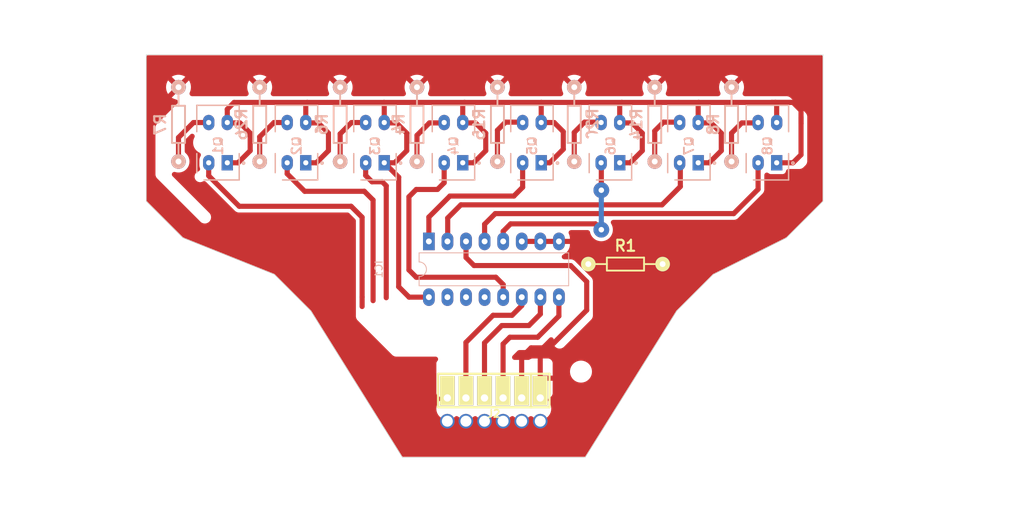
<source format=kicad_pcb>
(kicad_pcb (version 20240108) (generator "pcbnew") (generator_version "8.0")
  (layers (0 "F.Cu" signal) (31 "B.Cu" signal) (34 "B.Paste" user) (35 "F.Paste" user) (36 "B.SilkS" user "B.Silkscreen") (37 "F.SilkS" user "F.Silkscreen") (38 "B.Mask" user) (39 "F.Mask" user) (44 "Edge.Cuts" user))
  (net 0 "")
  (net 1 "/CH_5")
  (net 2 "/CH_2")
  (net 3 "VCC")
  (net 4 "/CH_7")
  (net 5 "/B")
  (net 6 "/C")
  (net 7 "/COM")
  (net 8 "/A")
  (net 9 "GND")
  (net 10 "/CH_4")
  (net 11 "Net-(Q2-K)")
  (net 12 "Net-(Q3-K)")
  (net 13 "/CH_1")
  (net 14 "Net-(Q8-K)")
  (net 15 "/CH_6")
  (net 16 "/CH_0")
  (net 17 "/CH_3")
  (net 18 "Net-(Q5-K)")
  (net 19 "Net-(Q6-K)")
  (net 20 "Net-(Q1-K)")
  (net 21 "Net-(Q7-K)")
  (net 22 "Net-(Q4-K)")
  (footprint "MacroLib:RES0.3" (layer "F.Cu") (at 160.5 111.1)
    (property "Reference" "R1" (at 0 -2.5 0) (layer "F.SilkS") (effects (font (size 1.5 1.5) (thickness 0.3))))
    (property "Value" "10k" (hide yes))
    (fp_line (start -2.54 -0.889) (end -2.54 0.889) (stroke (width 0.254)) (layer "F.SilkS"))
    (fp_line (start -2.54 0) (end -4.191 0) (stroke (width 0.254)) (layer "F.SilkS"))
    (fp_line (start -2.54 0.889) (end 2.54 0.889) (stroke (width 0.254)) (layer "F.SilkS"))
    (fp_line (start 2.54 -0.889) (end -2.54 -0.889) (stroke (width 0.254)) (layer "F.SilkS"))
    (fp_line (start 2.54 0) (end 4.191 0) (stroke (width 0.254)) (layer "F.SilkS"))
    (fp_line (start 2.54 0.889) (end 2.54 -0.889) (stroke (width 0.254)) (layer "F.SilkS"))
    (pad "1" thru_hole circle (at -5.08 0) (size 1.99898 1.99898) (drill 0.8001) (layers "*.Cu" "*.Mask" "F.SilkS") (net 7 "/COM"))
    (pad "2" thru_hole circle (at 5.08 0) (size 1.99898 1.99898) (drill 0.8001) (layers "*.Cu" "*.Mask" "F.SilkS") (net 9 "GND"))
  )
  (footprint "MacroLib:Pin_Header_Wire_6" (layer "F.Cu") (at 142.5 129.4 180)
    (property "Reference" "J2" (at 0 -2.159 180) (layer "F.SilkS") (effects (font (size 1.016 1.016) (thickness 0.2032))))
    (property "Value" "Conn_01x06" (hide yes))
    (fp_line (start 7.62 3.3) (end -7.62 3.3) (stroke (width 0.3048)) (layer "F.SilkS"))
    (fp_line (start 7.62 -1.27) (end 7.62 3.3) (stroke (width 0.3048)) (layer "F.SilkS"))
    (fp_line (start -5.08 -1.27) (end -5.08 3.3) (stroke (width 0.3048)) (layer "F.SilkS"))
    (fp_line (start -7.62 3.3) (end -7.62 -1.27) (stroke (width 0.3048)) (layer "F.SilkS"))
    (fp_line (start -7.62 -1.27) (end 7.62 -1.27) (stroke (width 0.3048)) (layer "F.SilkS"))
    (pad "" thru_hole circle (at -6.35 -3.175 180) (size 2 2) (drill 1.5) (layers "*.Cu" "*.Mask"))
    (pad "" thru_hole circle (at -3.81 -3.175 180) (size 2 2) (drill 1.5) (layers "*.Cu" "*.Mask"))
    (pad "" thru_hole circle (at -1.27 -3.175 180) (size 2 2) (drill 1.5) (layers "*.Cu" "*.Mask"))
    (pad "" thru_hole circle (at 1.27 -3.175 180) (size 2 2) (drill 1.5) (layers "*.Cu" "*.Mask"))
    (pad "" thru_hole circle (at 3.81 -3.175 180) (size 2 2) (drill 1.5) (layers "*.Cu" "*.Mask"))
    (pad "" thru_hole circle (at 6.35 -3.175 180) (size 2 2) (drill 1.5) (layers "*.Cu" "*.Mask"))
    (pad "1" thru_hole rect (at -6.35 0 180) (size 2 4) (drill 1 (offset 0 1)) (layers "*.Cu" "F.SilkS") (net 9 "GND"))
    (pad "2" thru_hole rect (at -3.81 0 180) (size 2 4) (drill 1 (offset 0 1)) (layers "*.Cu" "F.SilkS") (net 7 "/COM"))
    (pad "3" thru_hole rect (at -1.27 0 180) (size 2 4) (drill 1 (offset 0 1)) (layers "*.Cu" "F.SilkS") (net 6 "/C"))
    (pad "4" thru_hole rect (at 1.27 0 180) (size 2 4) (drill 1 (offset 0 1)) (layers "*.Cu" "F.SilkS") (net 5 "/B"))
    (pad "5" thru_hole rect (at 3.81 0 180) (size 2 4) (drill 1 (offset 0 1)) (layers "*.Cu" "F.SilkS") (net 8 "/A"))
    (pad "6" thru_hole rect (at 6.35 0 180) (size 2 4) (drill 1 (offset 0 1)) (layers "*.Cu" "F.SilkS") (net 3 "VCC"))
  )
  (footprint "MacroLib:TCRT5000L" (layer "B.Cu") (at 179.9 94.5 90)
    (property "Reference" "Q8" (at -0.432 0.015 90) (layer "B.SilkS") (effects (font (size 1.27 1.27) (thickness 0.254)) (justify mirror)))
    (property "Value" "TCRT5000" (hide yes))
    (fp_line (start 1.5 -2.9) (end 5.1 -2.9) (stroke (width 0.2)) (layer "B.SilkS"))
    (fp_line (start -4.1 -2.9) (end -1.5 -2.9) (stroke (width 0.2)) (layer "B.SilkS"))
    (fp_line (start -5.1 -1.9) (end -5.1 2.9) (stroke (width 0.2)) (layer "B.SilkS"))
    (fp_line (start 5.1 2.9) (end 5.1 -2.9) (stroke (width 0.2)) (layer "B.SilkS"))
    (fp_line (start 1.5 2.9) (end 5.1 2.9) (stroke (width 0.2)) (layer "B.SilkS"))
    (fp_line (start -1.5 2.9) (end -5.1 2.9) (stroke (width 0.2)) (layer "B.SilkS"))
    (fp_circle (center -2.79 3.492) (end -2.79 3.434) (stroke (width 0.2)) (fill none) (layer "B.SilkS"))
    (pad "" np_thru_hole circle (at -4.65 -2.45 90) (size 1 1) (drill 1) (layers "*.Cu" "*.Mask"))
    (pad "" np_thru_hole circle (at 0 -1.9 90) (size 2.5 2.5) (drill 2.5) (layers "*.Cu" "*.Mask"))
    (pad "" np_thru_hole circle (at 0 1.9 90) (size 2.5 2.5) (drill 2.5) (layers "*.Cu" "*.Mask"))
    (pad "1" thru_hole rect (at -2.75 1.27 90) (size 2.1 1.55) (drill 0.7) (layers "*.Cu" "*.Mask") (net 3 "VCC"))
    (pad "2" thru_hole oval (at -2.75 -1.27 90) (size 2.1 1.55) (drill 0.7) (layers "*.Cu" "*.Mask") (net 4 "/CH_7"))
    (pad "3" thru_hole oval (at 2.75 -1.27 90) (size 2.1 1.55) (drill 0.7) (layers "*.Cu" "*.Mask") (net 14 "Net-(Q8-K)"))
    (pad "4" thru_hole oval (at 2.75 1.27 90) (size 2.1 1.55) (drill 0.7) (layers "*.Cu" "*.Mask") (net 3 "VCC"))
  )
  (footprint "MacroLib:TCRT5000L" (layer "B.Cu") (at 126.257142 94.5 90)
    (property "Reference" "Q3" (at -0.432 0.015 90) (layer "B.SilkS") (effects (font (size 1.27 1.27) (thickness 0.254)) (justify mirror)))
    (property "Value" "TCRT5000" (hide yes))
    (fp_line (start 1.5 -2.9) (end 5.1 -2.9) (stroke (width 0.2)) (layer "B.SilkS"))
    (fp_line (start -4.1 -2.9) (end -1.5 -2.9) (stroke (width 0.2)) (layer "B.SilkS"))
    (fp_line (start -5.1 -1.9) (end -5.1 2.9) (stroke (width 0.2)) (layer "B.SilkS"))
    (fp_line (start 5.1 2.9) (end 5.1 -2.9) (stroke (width 0.2)) (layer "B.SilkS"))
    (fp_line (start 1.5 2.9) (end 5.1 2.9) (stroke (width 0.2)) (layer "B.SilkS"))
    (fp_line (start -1.5 2.9) (end -5.1 2.9) (stroke (width 0.2)) (layer "B.SilkS"))
    (fp_circle (center -2.79 3.492) (end -2.79 3.434) (stroke (width 0.2)) (fill none) (layer "B.SilkS"))
    (pad "" np_thru_hole circle (at -4.65 -2.45 90) (size 1 1) (drill 1) (layers "*.Cu" "*.Mask"))
    (pad "" np_thru_hole circle (at 0 -1.9 90) (size 2.5 2.5) (drill 2.5) (layers "*.Cu" "*.Mask"))
    (pad "" np_thru_hole circle (at 0 1.9 90) (size 2.5 2.5) (drill 2.5) (layers "*.Cu" "*.Mask"))
    (pad "1" thru_hole rect (at -2.75 1.27 90) (size 2.1 1.55) (drill 0.7) (layers "*.Cu" "*.Mask") (net 3 "VCC"))
    (pad "2" thru_hole oval (at -2.75 -1.27 90) (size 2.1 1.55) (drill 0.7) (layers "*.Cu" "*.Mask") (net 2 "/CH_2"))
    (pad "3" thru_hole oval (at 2.75 -1.27 90) (size 2.1 1.55) (drill 0.7) (layers "*.Cu" "*.Mask") (net 12 "Net-(Q3-K)"))
    (pad "4" thru_hole oval (at 2.75 1.27 90) (size 2.1 1.55) (drill 0.7) (layers "*.Cu" "*.Mask") (net 3 "VCC"))
  )
  (footprint "MacroLib:RES0.3" (layer "B.Cu") (at 110.5 92 -90)
    (property "Reference" "R26" (at 0 2.5 90) (layer "B.SilkS") (effects (font (size 1.5 1.5) (thickness 0.3)) (justify mirror)))
    (property "Value" "220" (hide yes))
    (fp_line (start -2.54 0.889) (end 2.54 0.889) (stroke (width 0.254)) (layer "B.SilkS"))
    (fp_line (start 2.54 0.889) (end 2.54 -0.889) (stroke (width 0.254)) (layer "B.SilkS"))
    (fp_line (start -4.191 0) (end -2.54 0) (stroke (width 0.254)) (layer "B.SilkS"))
    (fp_line (start 4.191 0) (end 2.54 0) (stroke (width 0.254)) (layer "B.SilkS"))
    (fp_line (start -2.54 -0.889) (end -2.54 0.889) (stroke (width 0.254)) (layer "B.SilkS"))
    (fp_line (start 2.54 -0.889) (end -2.54 -0.889) (stroke (width 0.254)) (layer "B.SilkS"))
    (pad "1" thru_hole circle (at -5.08 0 270) (size 1.99898 1.99898) (drill 0.8001) (layers "*.Cu" "*.Mask" "B.SilkS") (net 9 "GND"))
    (pad "2" thru_hole circle (at 5.08 0 270) (size 1.99898 1.99898) (drill 0.8001) (layers "*.Cu" "*.Mask" "B.SilkS") (net 11 "Net-(Q2-K)"))
  )
  (footprint "MacroLib:RES0.3" (layer "B.Cu") (at 164.5 92 -90)
    (property "Reference" "R14" (at 0 2.5 90) (layer "B.SilkS") (effects (font (size 1.5 1.5) (thickness 0.3)) (justify mirror)))
    (property "Value" "220" (hide yes))
    (fp_line (start -2.54 0.889) (end 2.54 0.889) (stroke (width 0.254)) (layer "B.SilkS"))
    (fp_line (start 2.54 0.889) (end 2.54 -0.889) (stroke (width 0.254)) (layer "B.SilkS"))
    (fp_line (start -4.191 0) (end -2.54 0) (stroke (width 0.254)) (layer "B.SilkS"))
    (fp_line (start 4.191 0) (end 2.54 0) (stroke (width 0.254)) (layer "B.SilkS"))
    (fp_line (start -2.54 -0.889) (end -2.54 0.889) (stroke (width 0.254)) (layer "B.SilkS"))
    (fp_line (start 2.54 -0.889) (end -2.54 -0.889) (stroke (width 0.254)) (layer "B.SilkS"))
    (pad "1" thru_hole circle (at -5.08 0 270) (size 1.99898 1.99898) (drill 0.8001) (layers "*.Cu" "*.Mask" "B.SilkS") (net 9 "GND"))
    (pad "2" thru_hole circle (at 5.08 0 270) (size 1.99898 1.99898) (drill 0.8001) (layers "*.Cu" "*.Mask" "B.SilkS") (net 21 "Net-(Q7-K)"))
  )
  (footprint "MacroLib:RES0.3" (layer "B.Cu") (at 99.4 92 -90)
    (property "Reference" "R7" (at 0 2.5 90) (layer "B.SilkS") (effects (font (size 1.5 1.5) (thickness 0.3)) (justify mirror)))
    (property "Value" "220" (hide yes))
    (fp_line (start -2.54 0.889) (end 2.54 0.889) (stroke (width 0.254)) (layer "B.SilkS"))
    (fp_line (start 2.54 0.889) (end 2.54 -0.889) (stroke (width 0.254)) (layer "B.SilkS"))
    (fp_line (start -4.191 0) (end -2.54 0) (stroke (width 0.254)) (layer "B.SilkS"))
    (fp_line (start 4.191 0) (end 2.54 0) (stroke (width 0.254)) (layer "B.SilkS"))
    (fp_line (start -2.54 -0.889) (end -2.54 0.889) (stroke (width 0.254)) (layer "B.SilkS"))
    (fp_line (start 2.54 -0.889) (end -2.54 -0.889) (stroke (width 0.254)) (layer "B.SilkS"))
    (pad "1" thru_hole circle (at -5.08 0 270) (size 1.99898 1.99898) (drill 0.8001) (layers "*.Cu" "*.Mask" "B.SilkS") (net 9 "GND"))
    (pad "2" thru_hole circle (at 5.08 0 270) (size 1.99898 1.99898) (drill 0.8001) (layers "*.Cu" "*.Mask" "B.SilkS") (net 20 "Net-(Q1-K)"))
  )
  (footprint "MacroLib:RES0.3" (layer "B.Cu") (at 143 92 -90)
    (property "Reference" "R15" (at 0 2.5 90) (layer "B.SilkS") (effects (font (size 1.5 1.5) (thickness 0.3)) (justify mirror)))
    (property "Value" "220" (hide yes))
    (fp_line (start -2.54 0.889) (end 2.54 0.889) (stroke (width 0.254)) (layer "B.SilkS"))
    (fp_line (start 2.54 0.889) (end 2.54 -0.889) (stroke (width 0.254)) (layer "B.SilkS"))
    (fp_line (start -4.191 0) (end -2.54 0) (stroke (width 0.254)) (layer "B.SilkS"))
    (fp_line (start 4.191 0) (end 2.54 0) (stroke (width 0.254)) (layer "B.SilkS"))
    (fp_line (start -2.54 -0.889) (end -2.54 0.889) (stroke (width 0.254)) (layer "B.SilkS"))
    (fp_line (start 2.54 -0.889) (end -2.54 -0.889) (stroke (width 0.254)) (layer "B.SilkS"))
    (pad "1" thru_hole circle (at -5.08 0 270) (size 1.99898 1.99898) (drill 0.8001) (layers "*.Cu" "*.Mask" "B.SilkS") (net 9 "GND"))
    (pad "2" thru_hole circle (at 5.08 0 270) (size 1.99898 1.99898) (drill 0.8001) (layers "*.Cu" "*.Mask" "B.SilkS") (net 18 "Net-(Q5-K)"))
  )
  (footprint "MacroLib:TCRT5000L" (layer "B.Cu") (at 136.985713 94.5 90)
    (property "Reference" "Q4" (at -0.432 0.015 90) (layer "B.SilkS") (effects (font (size 1.27 1.27) (thickness 0.254)) (justify mirror)))
    (property "Value" "TCRT5000" (hide yes))
    (fp_line (start 1.5 -2.9) (end 5.1 -2.9) (stroke (width 0.2)) (layer "B.SilkS"))
    (fp_line (start -4.1 -2.9) (end -1.5 -2.9) (stroke (width 0.2)) (layer "B.SilkS"))
    (fp_line (start -5.1 -1.9) (end -5.1 2.9) (stroke (width 0.2)) (layer "B.SilkS"))
    (fp_line (start 5.1 2.9) (end 5.1 -2.9) (stroke (width 0.2)) (layer "B.SilkS"))
    (fp_line (start 1.5 2.9) (end 5.1 2.9) (stroke (width 0.2)) (layer "B.SilkS"))
    (fp_line (start -1.5 2.9) (end -5.1 2.9) (stroke (width 0.2)) (layer "B.SilkS"))
    (fp_circle (center -2.79 3.492) (end -2.79 3.434) (stroke (width 0.2)) (fill none) (layer "B.SilkS"))
    (pad "" np_thru_hole circle (at -4.65 -2.45 90) (size 1 1) (drill 1) (layers "*.Cu" "*.Mask"))
    (pad "" np_thru_hole circle (at 0 -1.9 90) (size 2.5 2.5) (drill 2.5) (layers "*.Cu" "*.Mask"))
    (pad "" np_thru_hole circle (at 0 1.9 90) (size 2.5 2.5) (drill 2.5) (layers "*.Cu" "*.Mask"))
    (pad "1" thru_hole rect (at -2.75 1.27 90) (size 2.1 1.55) (drill 0.7) (layers "*.Cu" "*.Mask") (net 3 "VCC"))
    (pad "2" thru_hole oval (at -2.75 -1.27 90) (size 2.1 1.55) (drill 0.7) (layers "*.Cu" "*.Mask") (net 17 "/CH_3"))
    (pad "3" thru_hole oval (at 2.75 -1.27 90) (size 2.1 1.55) (drill 0.7) (layers "*.Cu" "*.Mask") (net 22 "Net-(Q4-K)"))
    (pad "4" thru_hole oval (at 2.75 1.27 90) (size 2.1 1.55) (drill 0.7) (layers "*.Cu" "*.Mask") (net 3 "VCC"))
  )
  (footprint "MacroLib:DIP-16" (layer "B.Cu") (at 133.625 108 -90)
    (property "Reference" "IC1" (at 3.81 6.83 90) (layer "B.SilkS") (effects (justify mirror)))
    (property "Value" "CD4051B")
    (fp_line (start 1.56 1.33) (end 2.81 1.33) (stroke (width 0.12)) (layer "B.SilkS"))
    (fp_line (start 4.81 1.33) (end 6.06 1.33) (stroke (width 0.12)) (layer "B.SilkS"))
    (fp_line (start 6.06 1.33) (end 6.06 -19.11) (stroke (width 0.12)) (layer "B.SilkS"))
    (fp_line (start 1.56 -19.11) (end 1.56 1.33) (stroke (width 0.12)) (layer "B.SilkS"))
    (fp_line (start 6.06 -19.11) (end 1.56 -19.11) (stroke (width 0.12)) (layer "B.SilkS"))
    (fp_arc (start 2.81 1.33) (mid 3.81 0.33) (end 4.81 1.33) (stroke (width 0.12)) (layer "B.SilkS"))
    (pad "1" thru_hole rect (at 0 0 270) (size 2.4 1.6) (drill 0.8) (layers "*.Cu" "*.Mask") (net 10 "/CH_4"))
    (pad "2" thru_hole oval (at 0 -2.54 270) (size 2.4 1.6) (drill 0.8) (layers "*.Cu" "*.Mask") (net 15 "/CH_6"))
    (pad "3" thru_hole oval (at 0 -5.08 270) (size 2.4 1.6) (drill 0.8) (layers "*.Cu" "*.Mask") (net 7 "/COM"))
    (pad "4" thru_hole oval (at 0 -7.62 270) (size 2.4 1.6) (drill 0.8) (layers "*.Cu" "*.Mask") (net 4 "/CH_7"))
    (pad "5" thru_hole oval (at 0 -10.16 270) (size 2.4 1.6) (drill 0.8) (layers "*.Cu" "*.Mask") (net 1 "/CH_5"))
    (pad "6" thru_hole oval (at 0 -12.7 270) (size 2.4 1.6) (drill 0.8) (layers "*.Cu" "*.Mask") (net 9 "GND"))
    (pad "7" thru_hole oval (at 0 -15.24 270) (size 2.4 1.6) (drill 0.8) (layers "*.Cu" "*.Mask") (net 9 "GND"))
    (pad "8" thru_hole oval (at 0 -17.78 270) (size 2.4 1.6) (drill 0.8) (layers "*.Cu" "*.Mask") (net 9 "GND"))
    (pad "9" thru_hole oval (at 7.62 -17.78 270) (size 2.4 1.6) (drill 0.8) (layers "*.Cu" "*.Mask") (net 6 "/C"))
    (pad "10" thru_hole oval (at 7.62 -15.24 270) (size 2.4 1.6) (drill 0.8) (layers "*.Cu" "*.Mask") (net 5 "/B"))
    (pad "11" thru_hole oval (at 7.62 -12.7 270) (size 2.4 1.6) (drill 0.8) (layers "*.Cu" "*.Mask") (net 8 "/A"))
    (pad "12" thru_hole oval (at 7.62 -10.16 270) (size 2.4 1.6) (drill 0.8) (layers "*.Cu" "*.Mask") (net 17 "/CH_3"))
    (pad "13" thru_hole oval (at 7.62 -7.62 270) (size 2.4 1.6) (drill 0.8) (layers "*.Cu" "*.Mask") (net 16 "/CH_0"))
    (pad "14" thru_hole oval (at 7.62 -5.08 270) (size 2.4 1.6) (drill 0.8) (layers "*.Cu" "*.Mask") (net 13 "/CH_1"))
    (pad "15" thru_hole oval (at 7.62 -2.54 270) (size 2.4 1.6) (drill 0.8) (layers "*.Cu" "*.Mask") (net 2 "/CH_2"))
    (pad "16" thru_hole oval (at 7.62 0 270) (size 2.4 1.6) (drill 0.8) (layers "*.Cu" "*.Mask") (net 3 "VCC"))
  )
  (footprint "MacroLib:RES0.3" (layer "B.Cu") (at 121.5 92 -90)
    (property "Reference" "R6" (at 0 2.5 90) (layer "B.SilkS") (effects (font (size 1.5 1.5) (thickness 0.3)) (justify mirror)))
    (property "Value" "220" (hide yes))
    (fp_line (start -2.54 0.889) (end 2.54 0.889) (stroke (width 0.254)) (layer "B.SilkS"))
    (fp_line (start 2.54 0.889) (end 2.54 -0.889) (stroke (width 0.254)) (layer "B.SilkS"))
    (fp_line (start -4.191 0) (end -2.54 0) (stroke (width 0.254)) (layer "B.SilkS"))
    (fp_line (start 4.191 0) (end 2.54 0) (stroke (width 0.254)) (layer "B.SilkS"))
    (fp_line (start -2.54 -0.889) (end -2.54 0.889) (stroke (width 0.254)) (layer "B.SilkS"))
    (fp_line (start 2.54 -0.889) (end -2.54 -0.889) (stroke (width 0.254)) (layer "B.SilkS"))
    (pad "1" thru_hole circle (at -5.08 0 270) (size 1.99898 1.99898) (drill 0.8001) (layers "*.Cu" "*.Mask" "B.SilkS") (net 9 "GND"))
    (pad "2" thru_hole circle (at 5.08 0 270) (size 1.99898 1.99898) (drill 0.8001) (layers "*.Cu" "*.Mask" "B.SilkS") (net 12 "Net-(Q3-K)"))
  )
  (footprint "MacroLib:RES0.3" (layer "B.Cu") (at 175 92 -90)
    (property "Reference" "R8" (at 0 2.5 90) (layer "B.SilkS") (effects (font (size 1.5 1.5) (thickness 0.3)) (justify mirror)))
    (property "Value" "220" (hide yes))
    (fp_line (start -2.54 0.889) (end 2.54 0.889) (stroke (width 0.254)) (layer "B.SilkS"))
    (fp_line (start 2.54 0.889) (end 2.54 -0.889) (stroke (width 0.254)) (layer "B.SilkS"))
    (fp_line (start -4.191 0) (end -2.54 0) (stroke (width 0.254)) (layer "B.SilkS"))
    (fp_line (start 4.191 0) (end 2.54 0) (stroke (width 0.254)) (layer "B.SilkS"))
    (fp_line (start -2.54 -0.889) (end -2.54 0.889) (stroke (width 0.254)) (layer "B.SilkS"))
    (fp_line (start 2.54 -0.889) (end -2.54 -0.889) (stroke (width 0.254)) (layer "B.SilkS"))
    (pad "1" thru_hole circle (at -5.08 0 270) (size 1.99898 1.99898) (drill 0.8001) (layers "*.Cu" "*.Mask" "B.SilkS") (net 9 "GND"))
    (pad "2" thru_hole circle (at 5.08 0 270) (size 1.99898 1.99898) (drill 0.8001) (layers "*.Cu" "*.Mask" "B.SilkS") (net 14 "Net-(Q8-K)"))
  )
  (footprint "MacroLib:RES0.3" (layer "B.Cu") (at 153.5 92 90)
    (property "Reference" "R20" (at 0 2.5 -90) (layer "B.SilkS") (effects (font (size 1.5 1.5) (thickness 0.3)) (justify mirror)))
    (property "Value" "220" (hide yes))
    (fp_line (start 2.54 -0.889) (end -2.54 -0.889) (stroke (width 0.254)) (layer "B.SilkS"))
    (fp_line (start -2.54 -0.889) (end -2.54 0.889) (stroke (width 0.254)) (layer "B.SilkS"))
    (fp_line (start 4.191 0) (end 2.54 0) (stroke (width 0.254)) (layer "B.SilkS"))
    (fp_line (start -4.191 0) (end -2.54 0) (stroke (width 0.254)) (layer "B.SilkS"))
    (fp_line (start 2.54 0.889) (end 2.54 -0.889) (stroke (width 0.254)) (layer "B.SilkS"))
    (fp_line (start -2.54 0.889) (end 2.54 0.889) (stroke (width 0.254)) (layer "B.SilkS"))
    (pad "1" thru_hole circle (at -5.08 0 90) (size 1.99898 1.99898) (drill 0.8001) (layers "*.Cu" "*.Mask" "B.SilkS") (net 19 "Net-(Q6-K)"))
    (pad "2" thru_hole circle (at 5.08 0 90) (size 1.99898 1.99898) (drill 0.8001) (layers "*.Cu" "*.Mask" "B.SilkS") (net 9 "GND"))
  )
  (footprint "MacroLib:RES0.3" (layer "B.Cu") (at 132 92 -90)
    (property "Reference" "R4" (at 0 2.5 90) (layer "B.SilkS") (effects (font (size 1.5 1.5) (thickness 0.3)) (justify mirror)))
    (property "Value" "220" (hide yes))
    (fp_line (start -2.54 0.889) (end 2.54 0.889) (stroke (width 0.254)) (layer "B.SilkS"))
    (fp_line (start 2.54 0.889) (end 2.54 -0.889) (stroke (width 0.254)) (layer "B.SilkS"))
    (fp_line (start -4.191 0) (end -2.54 0) (stroke (width 0.254)) (layer "B.SilkS"))
    (fp_line (start 4.191 0) (end 2.54 0) (stroke (width 0.254)) (layer "B.SilkS"))
    (fp_line (start -2.54 -0.889) (end -2.54 0.889) (stroke (width 0.254)) (layer "B.SilkS"))
    (fp_line (start 2.54 -0.889) (end -2.54 -0.889) (stroke (width 0.254)) (layer "B.SilkS"))
    (pad "1" thru_hole circle (at -5.08 0 270) (size 1.99898 1.99898) (drill 0.8001) (layers "*.Cu" "*.Mask" "B.SilkS") (net 9 "GND"))
    (pad "2" thru_hole circle (at 5.08 0 270) (size 1.99898 1.99898) (drill 0.8001) (layers "*.Cu" "*.Mask" "B.SilkS") (net 22 "Net-(Q4-K)"))
  )
  (footprint "MacroLib:TCRT5000L" (layer "B.Cu") (at 169.171426 94.5 90)
    (property "Reference" "Q7" (at -0.432 0.015 90) (layer "B.SilkS") (effects (font (size 1.27 1.27) (thickness 0.254)) (justify mirror)))
    (property "Value" "TCRT5000" (hide yes))
    (fp_line (start 1.5 -2.9) (end 5.1 -2.9) (stroke (width 0.2)) (layer "B.SilkS"))
    (fp_line (start -4.1 -2.9) (end -1.5 -2.9) (stroke (width 0.2)) (layer "B.SilkS"))
    (fp_line (start -5.1 -1.9) (end -5.1 2.9) (stroke (width 0.2)) (layer "B.SilkS"))
    (fp_line (start 5.1 2.9) (end 5.1 -2.9) (stroke (width 0.2)) (layer "B.SilkS"))
    (fp_line (start 1.5 2.9) (end 5.1 2.9) (stroke (width 0.2)) (layer "B.SilkS"))
    (fp_line (start -1.5 2.9) (end -5.1 2.9) (stroke (width 0.2)) (layer "B.SilkS"))
    (fp_circle (center -2.79 3.492) (end -2.79 3.434) (stroke (width 0.2)) (fill none) (layer "B.SilkS"))
    (pad "" np_thru_hole circle (at -4.65 -2.45 90) (size 1 1) (drill 1) (layers "*.Cu" "*.Mask"))
    (pad "" np_thru_hole circle (at 0 -1.9 90) (size 2.5 2.5) (drill 2.5) (layers "*.Cu" "*.Mask"))
    (pad "" np_thru_hole circle (at 0 1.9 90) (size 2.5 2.5) (drill 2.5) (layers "*.Cu" "*.Mask"))
    (pad "1" thru_hole rect (at -2.75 1.27 90) (size 2.1 1.55) (drill 0.7) (layers "*.Cu" "*.Mask") (net 3 "VCC"))
    (pad "2" thru_hole oval (at -2.75 -1.27 90) (size 2.1 1.55) (drill 0.7) (layers "*.Cu" "*.Mask") (net 15 "/CH_6"))
    (pad "3" thru_hole oval (at 2.75 -1.27 90) (size 2.1 1.55) (drill 0.7) (layers "*.Cu" "*.Mask") (net 21 "Net-(Q7-K)"))
    (pad "4" thru_hole oval (at 2.75 1.27 90) (size 2.1 1.55) (drill 0.7) (layers "*.Cu" "*.Mask") (net 3 "VCC"))
  )
  (footprint "MacroLib:TCRT5000L" (layer "B.Cu") (at 158.442855 94.5 90)
    (property "Reference" "Q6" (at -0.432 0.015 90) (layer "B.SilkS") (effects (font (size 1.27 1.27) (thickness 0.254)) (justify mirror)))
    (property "Value" "TCRT5000" (hide yes))
    (fp_line (start 1.5 -2.9) (end 5.1 -2.9) (stroke (width 0.2)) (layer "B.SilkS"))
    (fp_line (start -4.1 -2.9) (end -1.5 -2.9) (stroke (width 0.2)) (layer "B.SilkS"))
    (fp_line (start -5.1 -1.9) (end -5.1 2.9) (stroke (width 0.2)) (layer "B.SilkS"))
    (fp_line (start 5.1 2.9) (end 5.1 -2.9) (stroke (width 0.2)) (layer "B.SilkS"))
    (fp_line (start 1.5 2.9) (end 5.1 2.9) (stroke (width 0.2)) (layer "B.SilkS"))
    (fp_line (start -1.5 2.9) (end -5.1 2.9) (stroke (width 0.2)) (layer "B.SilkS"))
    (fp_circle (center -2.79 3.492) (end -2.79 3.434) (stroke (width 0.2)) (fill none) (layer "B.SilkS"))
    (pad "" np_thru_hole circle (at -4.65 -2.45 90) (size 1 1) (drill 1) (layers "*.Cu" "*.Mask"))
    (pad "" np_thru_hole circle (at 0 -1.9 90) (size 2.5 2.5) (drill 2.5) (layers "*.Cu" "*.Mask"))
    (pad "" np_thru_hole circle (at 0 1.9 90) (size 2.5 2.5) (drill 2.5) (layers "*.Cu" "*.Mask"))
    (pad "1" thru_hole rect (at -2.75 1.27 90) (size 2.1 1.55) (drill 0.7) (layers "*.Cu" "*.Mask") (net 3 "VCC"))
    (pad "2" thru_hole oval (at -2.75 -1.27 90) (size 2.1 1.55) (drill 0.7) (layers "*.Cu" "*.Mask") (net 1 "/CH_5"))
    (pad "3" thru_hole oval (at 2.75 -1.27 90) (size 2.1 1.55) (drill 0.7) (layers "*.Cu" "*.Mask") (net 19 "Net-(Q6-K)"))
    (pad "4" thru_hole oval (at 2.75 1.27 90) (size 2.1 1.55) (drill 0.7) (layers "*.Cu" "*.Mask") (net 3 "VCC"))
  )
  (footprint "MacroLib:TCRT5000L" (layer "B.Cu") (at 147.714284 94.5 90)
    (property "Reference" "Q5" (at -0.432 0.015 90) (layer "B.SilkS") (effects (font (size 1.27 1.27) (thickness 0.254)) (justify mirror)))
    (property "Value" "TCRT5000" (hide yes))
    (fp_line (start 1.5 -2.9) (end 5.1 -2.9) (stroke (width 0.2)) (layer "B.SilkS"))
    (fp_line (start -4.1 -2.9) (end -1.5 -2.9) (stroke (width 0.2)) (layer "B.SilkS"))
    (fp_line (start -5.1 -1.9) (end -5.1 2.9) (stroke (width 0.2)) (layer "B.SilkS"))
    (fp_line (start 5.1 2.9) (end 5.1 -2.9) (stroke (width 0.2)) (layer "B.SilkS"))
    (fp_line (start 1.5 2.9) (end 5.1 2.9) (stroke (width 0.2)) (layer "B.SilkS"))
    (fp_line (start -1.5 2.9) (end -5.1 2.9) (stroke (width 0.2)) (layer "B.SilkS"))
    (fp_circle (center -2.79 3.492) (end -2.79 3.434) (stroke (width 0.2)) (fill none) (layer "B.SilkS"))
    (pad "" np_thru_hole circle (at -4.65 -2.45 90) (size 1 1) (drill 1) (layers "*.Cu" "*.Mask"))
    (pad "" np_thru_hole circle (at 0 -1.9 90) (size 2.5 2.5) (drill 2.5) (layers "*.Cu" "*.Mask"))
    (pad "" np_thru_hole circle (at 0 1.9 90) (size 2.5 2.5) (drill 2.5) (layers "*.Cu" "*.Mask"))
    (pad "1" thru_hole rect (at -2.75 1.27 90) (size 2.1 1.55) (drill 0.7) (layers "*.Cu" "*.Mask") (net 3 "VCC"))
    (pad "2" thru_hole oval (at -2.75 -1.27 90) (size 2.1 1.55) (drill 0.7) (layers "*.Cu" "*.Mask") (net 10 "/CH_4"))
    (pad "3" thru_hole oval (at 2.75 -1.27 90) (size 2.1 1.55) (drill 0.7) (layers "*.Cu" "*.Mask") (net 18 "Net-(Q5-K)"))
    (pad "4" thru_hole oval (at 2.75 1.27 90) (size 2.1 1.55) (drill 0.7) (layers "*.Cu" "*.Mask") (net 3 "VCC"))
  )
  (footprint "MacroLib:TCRT5000L" (layer "B.Cu") (at 104.8 94.5 90)
    (property "Reference" "Q1" (at -0.432 0.015 90) (layer "B.SilkS") (effects (font (size 1.27 1.27) (thickness 0.254)) (justify mirror)))
    (property "Value" "TCRT5000" (hide yes))
    (fp_line (start 1.5 -2.9) (end 5.1 -2.9) (stroke (width 0.2)) (layer "B.SilkS"))
    (fp_line (start -4.1 -2.9) (end -1.5 -2.9) (stroke (width 0.2)) (layer "B.SilkS"))
    (fp_line (start -5.1 -1.9) (end -5.1 2.9) (stroke (width 0.2)) (layer "B.SilkS"))
    (fp_line (start 5.1 2.9) (end 5.1 -2.9) (stroke (width 0.2)) (layer "B.SilkS"))
    (fp_line (start 1.5 2.9) (end 5.1 2.9) (stroke (width 0.2)) (layer "B.SilkS"))
    (fp_line (start -1.5 2.9) (end -5.1 2.9) (stroke (width 0.2)) (layer "B.SilkS"))
    (fp_circle (center -2.79 3.492) (end -2.79 3.434) (stroke (width 0.2)) (fill none) (layer "B.SilkS"))
    (pad "" np_thru_hole circle (at -4.65 -2.45 90) (size 1 1) (drill 1) (layers "*.Cu" "*.Mask"))
    (pad "" np_thru_hole circle (at 0 -1.9 90) (size 2.5 2.5) (drill 2.5) (layers "*.Cu" "*.Mask"))
    (pad "" np_thru_hole circle (at 0 1.9 90) (size 2.5 2.5) (drill 2.5) (layers "*.Cu" "*.Mask"))
    (pad "1" thru_hole rect (at -2.75 1.27 90) (size 2.1 1.55) (drill 0.7) (layers "*.Cu" "*.Mask") (net 3 "VCC"))
    (pad "2" thru_hole oval (at -2.75 -1.27 90) (size 2.1 1.55) (drill 0.7) (layers "*.Cu" "*.Mask") (net 16 "/CH_0"))
    (pad "3" thru_hole oval (at 2.75 -1.27 90) (size 2.1 1.55) (drill 0.7) (layers "*.Cu" "*.Mask") (net 20 "Net-(Q1-K)"))
    (pad "4" thru_hole oval (at 2.75 1.27 90) (size 2.1 1.55) (drill 0.7) (layers "*.Cu" "*.Mask") (net 3 "VCC"))
  )
  (footprint "MacroLib:TCRT5000L" (layer "B.Cu") (at 115.528571 94.5 90)
    (property "Reference" "Q2" (at -0.432 0.015 90) (layer "B.SilkS") (effects (font (size 1.27 1.27) (thickness 0.254)) (justify mirror)))
    (property "Value" "TCRT5000" (hide yes))
    (fp_line (start 1.5 -2.9) (end 5.1 -2.9) (stroke (width 0.2)) (layer "B.SilkS"))
    (fp_line (start -4.1 -2.9) (end -1.5 -2.9) (stroke (width 0.2)) (layer "B.SilkS"))
    (fp_line (start -5.1 -1.9) (end -5.1 2.9) (stroke (width 0.2)) (layer "B.SilkS"))
    (fp_line (start 5.1 2.9) (end 5.1 -2.9) (stroke (width 0.2)) (layer "B.SilkS"))
    (fp_line (start 1.5 2.9) (end 5.1 2.9) (stroke (width 0.2)) (layer "B.SilkS"))
    (fp_line (start -1.5 2.9) (end -5.1 2.9) (stroke (width 0.2)) (layer "B.SilkS"))
    (fp_circle (center -2.79 3.492) (end -2.79 3.434) (stroke (width 0.2)) (fill none) (layer "B.SilkS"))
    (pad "" np_thru_hole circle (at -4.65 -2.45 90) (size 1 1) (drill 1) (layers "*.Cu" "*.Mask"))
    (pad "" np_thru_hole circle (at 0 -1.9 90) (size 2.5 2.5) (drill 2.5) (layers "*.Cu" "*.Mask"))
    (pad "" np_thru_hole circle (at 0 1.9 90) (size 2.5 2.5) (drill 2.5) (layers "*.Cu" "*.Mask"))
    (pad "1" thru_hole rect (at -2.75 1.27 90) (size 2.1 1.55) (drill 0.7) (layers "*.Cu" "*.Mask") (net 3 "VCC"))
    (pad "2" thru_hole oval (at -2.75 -1.27 90) (size 2.1 1.55) (drill 0.7) (layers "*.Cu" "*.Mask") (net 13 "/CH_1"))
    (pad "3" thru_hole oval (at 2.75 -1.27 90) (size 2.1 1.55) (drill 0.7) (layers "*.Cu" "*.Mask") (net 11 "Net-(Q2-K)"))
    (pad "4" thru_hole oval (at 2.75 1.27 90) (size 2.1 1.55) (drill 0.7) (layers "*.Cu" "*.Mask") (net 3 "VCC"))
  )
  (gr_line (start 95 82.5) (end 95 102.5) (stroke (width 0.1)) (layer "Edge.Cuts"))
  (gr_line (start 172.5 112.5) (end 182.5 107.5) (stroke (width 0.1)) (layer "Edge.Cuts"))
  (gr_line (start 112.5 112.5) (end 117.5 117.5) (stroke (width 0.1)) (layer "Edge.Cuts"))
  (gr_line (start 117.5 117.5) (end 130 137.5) (stroke (width 0.1)) (layer "Edge.Cuts"))
  (gr_line (start 95 102.5) (end 100 107.5) (stroke (width 0.1)) (layer "Edge.Cuts"))
  (gr_line (start 167.5 117.5) (end 172.5 112.5) (stroke (width 0.1)) (layer "Edge.Cuts"))
  (gr_line (start 130 137.5) (end 155 137.5) (stroke (width 0.1)) (layer "Edge.Cuts"))
  (gr_line (start 100 107.5) (end 112.5 112.5) (stroke (width 0.1)) (layer "Edge.Cuts"))
  (gr_line (start 155 137.5) (end 167.5 117.5) (stroke (width 0.1)) (layer "Edge.Cuts"))
  (gr_line (start 182.5 107.5) (end 187.5 102.5) (stroke (width 0.1)) (layer "Edge.Cuts"))
  (gr_line (start 187.5 102.5) (end 187.5 82.5) (stroke (width 0.1)) (layer "Edge.Cuts"))
  (gr_line (start 187.5 82.5) (end 95 82.5) (stroke (width 0.1)) (layer "Edge.Cuts"))
  (segment (start 157.2 97.277145) (end 157.172855 97.25) (width 0.7) (layer "F.Cu") (net 1))
  (segment (start 156.4 105.6) (end 157.2 106.4) (width 0.7) (layer "F.Cu") (net 1))
  (segment (start 143.785 106.615) (end 144.8 105.6) (width 0.7) (layer "F.Cu") (net 1))
  (segment (start 143.785 108) (end 143.785 106.615) (width 0.7) (layer "F.Cu") (net 1))
  (segment (start 144.8 105.6) (end 156.4 105.6) (width 0.7) (layer "F.Cu") (net 1))
  (segment (start 157.2 101) (end 157.2 97.277145) (width 0.7) (layer "F.Cu") (net 1))
  (via (at 157.2 106.4) (size 2.15) (drill 0.75) (layers "F.Cu" "B.Cu") (net 1))
  (via (at 157.2 101) (size 2.15) (drill 0.75) (layers "F.Cu" "B.Cu") (net 1))
  (segment (start 157.2 106.4) (end 157.2 101) (width 0.7) (layer "B.Cu") (net 1))
  (segment (start 127.25 99.85) (end 127.8 100.4) (width 0.7) (layer "F.Cu") (net 2))
  (segment (start 124.987142 98.987142) (end 125.85 99.85) (width 0.7) (layer "F.Cu") (net 2))
  (segment (start 124.987142 97.25) (end 124.987142 98.987142) (width 0.7) (layer "F.Cu") (net 2))
  (segment (start 127.8 100.4) (end 127.8 115.7) (width 0.7) (layer "F.Cu") (net 2))
  (segment (start 125.85 99.85) (end 127.25 99.85) (width 0.7) (layer "F.Cu") (net 2))
  (segment (start 128.95 97.25) (end 129.4 96.8) (width 0.7) (layer "F.Cu") (net 3))
  (segment (start 141.4 93.2) (end 140 91.8) (width 0.7) (layer "F.Cu") (net 3))
  (segment (start 181 89) (end 183.4 89) (width 0.7) (layer "F.Cu") (net 3))
  (segment (start 116.798571 91.75) (end 116.798571 89.201429) (width 0.7) (layer "F.Cu") (net 3))
  (segment (start 181.17 89.17) (end 181.17 91.75) (width 0.7) (layer "F.Cu") (net 3))
  (segment (start 149 89) (end 160 89) (width 0.7) (layer "F.Cu") (net 3))
  (segment (start 116.812855 97.25) (end 118.25 97.25) (width 0.7) (layer "F.Cu") (net 3))
  (segment (start 159.712855 89.287145) (end 160 89) (width 0.7) (layer "F.Cu") (net 3))
  (segment (start 148.984284 97.25) (end 150.15 97.25) (width 0.7) (layer "F.Cu") (net 3))
  (segment (start 119.9 93.2) (end 118.5 91.8) (width 0.7) (layer "F.Cu") (net 3))
  (segment (start 160 89) (end 170.5 89) (width 0.7) (layer "F.Cu") (net 3))
  (segment (start 118.5 91.8) (end 116.862855 91.8) (width 0.7) (layer "F.Cu") (net 3))
  (segment (start 184.5 96.15) (end 183.4 97.25) (width 0.7) (layer "F.Cu") (net 3))
  (segment (start 170.562855 91.8) (end 170.512855 91.75) (width 0.7) (layer "F.Cu") (net 3))
  (segment (start 148.984284 89.015716) (end 149 89) (width 0.7) (layer "F.Cu") (net 3))
  (segment (start 141.4 95.6) (end 141.4 93.2) (width 0.7) (layer "F.Cu") (net 3))
  (segment (start 107.55 97.25) (end 109.2 95.6) (width 0.7) (layer "F.Cu") (net 3))
  (segment (start 184.5 91) (end 184.5 91.9) (width 0.7) (layer "F.Cu") (net 3))
  (segment (start 148.984284 91.75) (end 148.984284 89.015716) (width 0.7) (layer "F.Cu") (net 3))
  (segment (start 152 95.4) (end 152 93) (width 0.7) (layer "F.Cu") (net 3))
  (segment (start 107 89) (end 117 89) (width 0.7) (layer "F.Cu") (net 3))
  (segment (start 150.75 91.75) (end 148.984284 91.75) (width 0.7) (layer "F.Cu") (net 3))
  (segment (start 138.312855 97.25) (end 139.75 97.25) (width 0.7) (layer "F.Cu") (net 3))
  (segment (start 129.5 114.2) (end 129.5 99.222858) (width 0.7) (layer "F.Cu") (net 3))
  (segment (start 129.2 91.8) (end 127.562855 91.8) (width 0.7) (layer "F.Cu") (net 3))
  (segment (start 107.8 91.8) (end 106.162855 91.8) (width 0.7) (layer "F.Cu") (net 3))
  (segment (start 106.162855 91.8) (end 106.112855 91.75) (width 0.7) (layer "F.Cu") (net 3))
  (segment (start 183.4 97.25) (end 181.17 97.25) (width 0.7) (layer "F.Cu") (net 3))
  (segment (start 173.6 95.6) (end 173.6 93.2) (width 0.7) (layer "F.Cu") (net 3))
  (segment (start 171.95 97.25) (end 173.6 95.6) (width 0.7) (layer "F.Cu") (net 3))
  (segment (start 130.92 115.62) (end 129.5 114.2) (width 0.7) (layer "F.Cu") (net 3))
  (segment (start 129.7 96.5) (end 130.6 95.6) (width 0.7) (layer "F.Cu") (net 3))
  (segment (start 173.6 93.2) (end 172.2 91.8) (width 0.7) (layer "F.Cu") (net 3))
  (segment (start 119.9 95.6) (end 119.9 93.2) (width 0.7) (layer "F.Cu") (net 3))
  (segment (start 127.562855 91.8) (end 127.512855 91.75) (width 0.7) (layer "F.Cu") (net 3))
  (segment (start 159.712855 91.75) (end 159.712855 89.287145) (width 0.7) (layer "F.Cu") (net 3))
  (segment (start 170.441426 89.058574) (end 170.5 89) (width 0.7) (layer "F.Cu") (net 3))
  (segment (start 184.5 91.9) (end 184.5 96.15) (width 0.7) (layer "F.Cu") (net 3))
  (segment (start 139.75 97.25) (end 141.4 95.6) (width 0.7) (layer "F.Cu") (net 3))
  (segment (start 170.441426 91.75) (end 170.441426 89.058574) (width 0.7) (layer "F.Cu") (net 3))
  (segment (start 183.4 89) (end 184.5 90.1) (width 0.7) (layer "F.Cu") (net 3))
  (segment (start 117 89) (end 127.5 89) (width 0.7) (layer "F.Cu") (net 3))
  (segment (start 106.07 91.75) (end 106.07 89.93) (width 0.7) (layer "F.Cu") (net 3))
  (segment (start 180.5 89) (end 181 89) (width 0.7) (layer "F.Cu") (net 3))
  (segment (start 152 93) (end 150.75 91.75) (width 0.7) (layer "F.Cu") (net 3))
  (segment (start 109.2 95.6) (end 109.2 93.2) (width 0.7) (layer "F.Cu") (net 3))
  (segment (start 138.255713 89.244287) (end 138.5 89) (width 0.7) (layer "F.Cu") (net 3))
  (segment (start 138.362855 91.8) (end 138.312855 91.75) (width 0.7) (layer "F.Cu") (net 3))
  (segment (start 150.15 97.25) (end 152 95.4) (width 0.7) (layer "F.Cu") (net 3))
  (segment (start 170.512855 97.25) (end 171.95 97.25) (width 0.7) (layer "F.Cu") (net 3))
  (segment (start 116.862855 91.8) (end 116.812855 91.75) (width 0.7) (layer "F.Cu") (net 3))
  (segment (start 129.5 99.222858) (end 127.527142 97.25) (width 0.7) (layer "F.Cu") (net 3))
  (segment (start 159.762855 91.8) (end 159.712855 91.75) (width 0.7) (layer "F.Cu") (net 3))
  (segment (start 159.712855 97.25) (end 161.15 97.25) (width 0.7) (layer "F.Cu") (net 3))
  (segment (start 183.2 89) (end 180.5 89) (width 0.7) (layer "F.Cu") (net 3))
  (segment (start 162.8 95.6) (end 162.8 93.2) (width 0.7) (layer "F.Cu") (net 3))
  (segment (start 127.5 89) (end 138.5 89) (width 0.7) (layer "F.Cu") (net 3))
  (segment (start 138.255713 91.75) (end 138.255713 89.244287) (width 0.7) (layer "F.Cu") (net 3))
  (segment (start 127.527142 91.75) (end 127.527142 89.027142) (width 0.7) (layer "F.Cu") (net 3))
  (segment (start 118.25 97.25) (end 119.9 95.6) (width 0.7) (layer "F.Cu") (net 3))
  (segment (start 127.527142 89.027142) (end 127.5 89) (width 0.7) (layer "F.Cu") (net 3))
  (segment (start 170.5 89) (end 180.5 89) (width 0.7) (layer "F.Cu") (net 3))
  (segment (start 106.07 89.93) (end 107 89) (width 0.7) (layer "F.Cu") (net 3))
  (segment (start 109.2 93.2) (end 107.8 91.8) (width 0.7) (layer "F.Cu") (net 3))
  (segment (start 116.798571 89.201429) (end 117 89) (width 0.7) (layer "F.Cu") (net 3))
  (segment (start 161.15 97.25) (end 162.8 95.6) (width 0.7) (layer "F.Cu") (net 3))
  (segment (start 130.6 95.6) (end 130.6 93.2) (width 0.7) (layer "F.Cu") (net 3))
  (segment (start 162.8 93.2) (end 161.4 91.8) (width 0.7) (layer "F.Cu") (net 3))
  (segment (start 106.112855 97.25) (end 107.55 97.25) (width 0.7) (layer "F.Cu") (net 3))
  (segment (start 130.6 93.2) (end 129.2 91.8) (width 0.7) (layer "F.Cu") (net 3))
  (segment (start 133.625 115.62) (end 130.92 115.62) (width 0.7) (layer "F.Cu") (net 3))
  (segment (start 172.2 91.8) (end 170.562855 91.8) (width 0.7) (layer "F.Cu") (net 3))
  (segment (start 184.5 91.9) (end 184.5 90.1) (width 0.7) (layer "F.Cu") (net 3))
  (segment (start 181 89) (end 181.17 89.17) (width 0.7) (layer "F.Cu") (net 3))
  (segment (start 161.4 91.8) (end 159.762855 91.8) (width 0.7) (layer "F.Cu") (net 3))
  (segment (start 138.5 89) (end 149 89) (width 0.7) (layer "F.Cu") (net 3))
  (segment (start 140 91.8) (end 138.362855 91.8) (width 0.7) (layer "F.Cu") (net 3))
  (segment (start 127.512855 97.25) (end 128.95 97.25) (width 0.7) (layer "F.Cu") (net 3))
  (segment (start 127.65 97.25) (end 127.527142 97.25) (width 0.7) (layer "F.Cu") (net 3))
  (segment (start 129.4 96.8) (end 129.7 96.5) (width 0.7) (layer "F.Cu") (net 3))
  (segment (start 178.63 97.25) (end 178.63 100.87) (width 0.7) (layer "F.Cu") (net 4))
  (segment (start 175.3 104.2) (end 142.7 104.2) (width 0.7) (layer "F.Cu") (net 4))
  (segment (start 141.245 105.655) (end 141.245 108) (width 0.7) (layer "F.Cu") (net 4))
  (segment (start 142.7 104.2) (end 141.245 105.655) (width 0.7) (layer "F.Cu") (net 4))
  (segment (start 178.63 100.87) (end 175.3 104.2) (width 0.7) (layer "F.Cu") (net 4))
  (segment (start 147.3 119.5) (end 148.865 117.935) (width 0.7) (layer "F.Cu") (net 5))
  (segment (start 141.23 121.87) (end 143.6 119.5) (width 0.7) (layer "F.Cu") (net 5))
  (segment (start 141.23 129.4) (end 141.23 121.87) (width 0.7) (layer "F.Cu") (net 5))
  (segment (start 143.6 119.5) (end 147.3 119.5) (width 0.7) (layer "F.Cu") (net 5))
  (segment (start 148.865 117.935) (end 148.865 115.62) (width 0.7) (layer "F.Cu") (net 5))
  (segment (start 144.7 121.1) (end 148.5 121.1) (width 0.7) (layer "F.Cu") (net 6))
  (segment (start 148.5 121.1) (end 151.4 118.2) (width 0.7) (layer "F.Cu") (net 6))
  (segment (start 151.4 118.2) (end 151.4 115.625) (width 0.7) (layer "F.Cu") (net 6))
  (segment (start 143.77 129.4) (end 143.77 122.03) (width 0.7) (layer "F.Cu") (net 6))
  (segment (start 151.4 115.625) (end 151.405 115.62) (width 0.7) (layer "F.Cu") (net 6))
  (segment (start 143.77 122.03) (end 144.7 121.1) (width 0.7) (layer "F.Cu") (net 6))
  (segment (start 146.31 123.84) (end 147.6 122.55) (width 0.7) (layer "F.Cu") (net 7))
  (segment (start 139.8 111.3) (end 138.705 110.205) (width 0.7) (layer "F.Cu") (net 7))
  (segment (start 146.52 127.49) (end 146.31 127.7) (width 0.7) (layer "F.Cu") (net 7))
  (segment (start 150.05 122.55) (end 155.2 117.4) (width 0.7) (layer "F.Cu") (net 7))
  (segment (start 146.31 129.4) (end 146.31 123.84) (width 0.7) (layer "F.Cu") (net 7))
  (segment (start 155.2 113.5) (end 153 111.3) (width 0.7) (layer "F.Cu") (net 7))
  (segment (start 147.6 122.55) (end 150.05 122.55) (width 0.7) (layer "F.Cu") (net 7))
  (segment (start 155.2 117.4) (end 155.2 113.5) (width 0.7) (layer "F.Cu") (net 7))
  (segment (start 138.705 110.205) (end 138.705 108) (width 0.7) (layer "F.Cu") (net 7))
  (segment (start 153 111.3) (end 139.8 111.3) (width 0.7) (layer "F.Cu") (net 7))
  (segment (start 146.3 115.645) (end 146.325 115.62) (width 0.7) (layer "F.Cu") (net 8))
  (segment (start 138.69 129.4) (end 138.69 121.81) (width 0.7) (layer "F.Cu") (net 8))
  (segment (start 138.69 121.81) (end 142.4 118.1) (width 0.7) (layer "F.Cu") (net 8))
  (segment (start 146.325 115.62) (end 146.325 116.775) (width 0.7) (layer "F.Cu") (net 8))
  (segment (start 146.325 116.775) (end 145 118.1) (width 0.7) (layer "F.Cu") (net 8))
  (segment (start 145 118.1) (end 142.4 118.1) (width 0.7) (layer "F.Cu") (net 8))
  (segment (start 133.625 104.675) (end 136.5 101.8) (width 0.7) (layer "F.Cu") (net 10))
  (segment (start 133.625 108) (end 133.625 104.675) (width 0.7) (layer "F.Cu") (net 10))
  (segment (start 136.5 101.8) (end 145.244284 101.8) (width 0.7) (layer "F.Cu") (net 10))
  (segment (start 145.244284 101.8) (end 146.444284 100.6) (width 0.7) (layer "F.Cu") (net 10))
  (segment (start 146.444284 97.25) (end 146.444284 100.6) (width 0.7) (layer "F.Cu") (net 10))
  (segment (start 110.5 93.7) (end 112.45 91.75) (width 0.7) (layer "F.Cu") (net 11))
  (segment (start 112.45 91.75) (end 114.258571 91.75) (width 0.7) (layer "F.Cu") (net 11))
  (segment (start 110.5 97.08) (end 110.5 93.7) (width 0.7) (layer "F.Cu") (net 11))
  (segment (start 121.5 97.08) (end 121.5 93.3) (width 0.7) (layer "F.Cu") (net 12))
  (segment (start 121.5 93.3) (end 123.05 91.75) (width 0.7) (layer "F.Cu") (net 12))
  (segment (start 123.05 91.75) (end 124.987142 91.75) (width 0.7) (layer "F.Cu") (net 12))
  (segment (start 126 116.1) (end 126 102.35) (width 0.7) (layer "F.Cu") (net 13))
  (segment (start 114.258571 97.25) (end 114.258571 98.758571) (width 0.7) (layer "F.Cu") (net 13))
  (segment (start 126 102.35) (end 124.8 101.15) (width 0.7) (layer "F.Cu") (net 13))
  (segment (start 116.65 101.15) (end 124.8 101.15) (width 0.7) (layer "F.Cu") (net 13))
  (segment (start 114.258571 98.758571) (end 116.65 101.15) (width 0.7) (layer "F.Cu") (net 13))
  (segment (start 178.58 91.8) (end 178.63 91.75) (width 0.7) (layer "F.Cu") (net 14))
  (segment (start 176.4 91.8) (end 178.58 91.8) (width 0.7) (layer "F.Cu") (net 14))
  (segment (start 175 93.2) (end 176.4 91.8) (width 0.7) (layer "F.Cu") (net 14))
  (segment (start 175 97.08) (end 175 93.2) (width 0.7) (layer "F.Cu") (net 14))
  (segment (start 168 100.5) (end 165.5 103) (width 0.7) (layer "F.Cu") (net 15))
  (segment (start 167.901426 97.25) (end 168 97.348574) (width 0.7) (layer "F.Cu") (net 15))
  (segment (start 136.2 107.965) (end 136.165 108) (width 0.7) (layer "F.Cu") (net 15))
  (segment (start 168 97.348574) (end 168 100.5) (width 0.7) (layer "F.Cu") (net 15))
  (segment (start 136.2 104.8) (end 136.2 107.965) (width 0.7) (layer "F.Cu") (net 15))
  (segment (start 165.5 103) (end 138 103) (width 0.7) (layer "F.Cu") (net 15))
  (segment (start 138 103) (end 136.2 104.8) (width 0.7) (layer "F.Cu") (net 15))
  (segment (start 103.53 99.03) (end 103.53 97.25) (width 0.7) (layer "F.Cu") (net 16))
  (segment (start 123 103.2) (end 107.7 103.2) (width 0.7) (layer "F.Cu") (net 16))
  (segment (start 123 103.2) (end 124.5 104.7) (width 0.7) (layer "F.Cu") (net 16))
  (segment (start 124.5 104.7) (end 124.5 115.6) (width 0.7) (layer "F.Cu") (net 16))
  (segment (start 124.5 115.6) (end 124.5 116.9) (width 0.7) (layer "F.Cu") (net 16))
  (segment (start 107.7 103.2) (end 103.53 99.03) (width 0.7) (layer "F.Cu") (net 16))
  (segment (start 134.8 100.9) (end 131.9 100.9) (width 0.7) (layer "F.Cu") (net 17))
  (segment (start 135.715713 97.25) (end 135.715713 99.984287) (width 0.7) (layer "F.Cu") (net 17))
  (segment (start 143.785 113.9) (end 143.785 115.62) (width 0.7) (layer "F.Cu") (net 17))
  (segment (start 135.715713 99.984287) (end 134.8 100.9) (width 0.7) (layer "F.Cu") (net 17))
  (segment (start 142.785 112.9) (end 143.785 113.9) (width 0.7) (layer "F.Cu") (net 17))
  (segment (start 130.9 111.9) (end 131.9 112.9) (width 0.7) (layer "F.Cu") (net 17))
  (segment (start 130.9 101.9) (end 130.9 111.9) (width 0.7) (layer "F.Cu") (net 17))
  (segment (start 131.9 112.9) (end 142.785 112.9) (width 0.7) (layer "F.Cu") (net 17))
  (segment (start 131.9 100.9) (end 130.9 101.9) (width 0.7) (layer "F.Cu") (net 17))
  (segment (start 143 92.8) (end 144.1 91.7) (width 0.7) (layer "F.Cu") (net 18))
  (segment (start 143 97.08) (end 143 92.8) (width 0.7) (layer "F.Cu") (net 18))
  (segment (start 144.1 91.7) (end 146.394284 91.7) (width 0.7) (layer "F.Cu") (net 18))
  (segment (start 146.394284 91.7) (end 146.444284 91.75) (width 0.7) (layer "F.Cu") (net 18))
  (segment (start 153.5 93.1) (end 154.9 91.7) (width 0.7) (layer "F.Cu") (net 19))
  (segment (start 157.122855 91.7) (end 157.172855 91.75) (width 0.7) (layer "F.Cu") (net 19))
  (segment (start 154.9 91.7) (end 157.122855 91.7) (width 0.7) (layer "F.Cu") (net 19))
  (segment (start 153.5 97.08) (end 153.5 93.1) (width 0.7) (layer "F.Cu") (net 19))
  (segment (start 101.45 91.75) (end 103.53 91.75) (width 0.7) (layer "F.Cu") (net 20))
  (segment (start 99.4 93.8) (end 101.45 91.75) (width 0.7) (layer "F.Cu") (net 20))
  (segment (start 99.4 97.08) (end 99.4 93.8) (width 0.7) (layer "F.Cu") (net 20))
  (segment (start 164.5 97.08) (end 164.5 92.9) (width 0.7) (layer "F.Cu") (net 21))
  (segment (start 167.851426 91.7) (end 167.901426 91.75) (width 0.7) (layer "F.Cu") (net 21))
  (segment (start 165.7 91.7) (end 167.851426 91.7) (width 0.7) (layer "F.Cu") (net 21))
  (segment (start 164.5 92.9) (end 165.7 91.7) (width 0.7) (layer "F.Cu") (net 21))
  (segment (start 133.7 91.8) (end 135.665713 91.8) (width 0.7) (layer "F.Cu") (net 22))
  (segment (start 135.665713 91.8) (end 135.715713 91.75) (width 0.7) (layer "F.Cu") (net 22))
  (segment (start 132 97.08) (end 132 93.5) (width 0.7) (layer "F.Cu") (net 22))
  (segment (start 132 93.5) (end 133.7 91.8) (width 0.7) (layer "F.Cu") (net 22))
  (zone (net 9) (net_name "GND") (layer "F.Cu") (connect_pads (clearance 0.5)) (min_thickness 0.7) (fill yes (thermal_gap 0.7) (thermal_bridge_width 0.7))
    (polygon (pts (xy 215 145) (xy 75 145) (xy 75 75) (xy 215 75)))
  )
)
</source>
